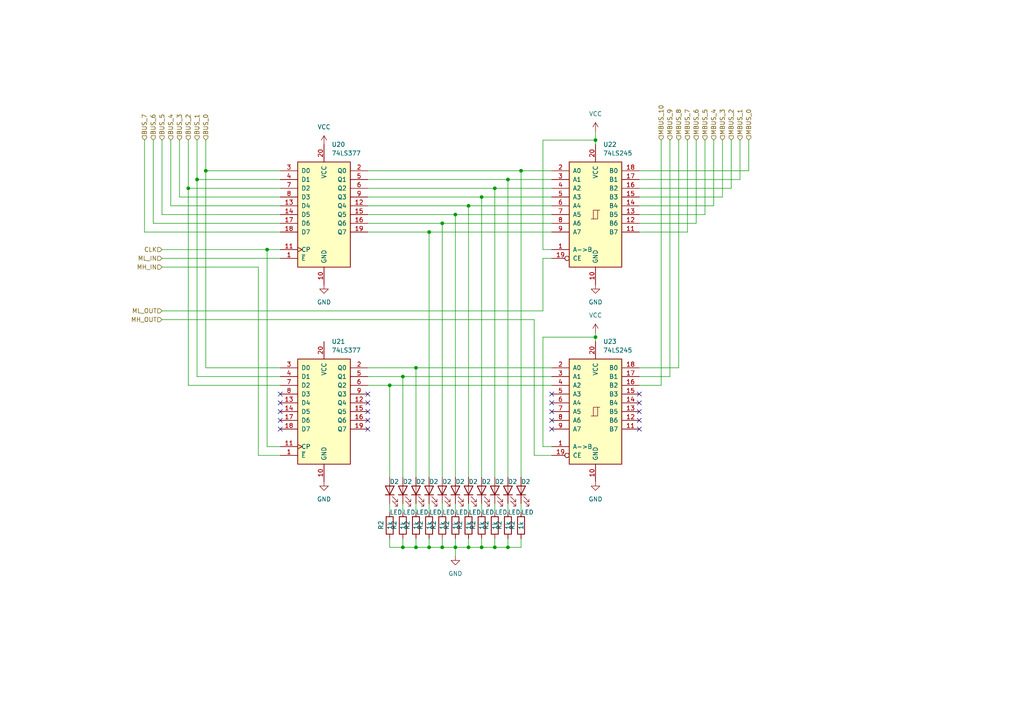
<source format=kicad_sch>
(kicad_sch (version 20230121) (generator eeschema)
  (paper "A4")
  (lib_symbols
    (symbol "74xx:74LS245" (pin_names (offset 1.016))
      (property "Reference" "U" (at -7.62 16.51 0))
      (property "Value" "74LS245" (at -7.62 -16.51 0))
      (symbol "74LS245_1_0"
        (polyline (pts (xy -0.635 -1.27) (xy -0.635 1.27) (xy 0.635 1.27)))
        (polyline (pts (xy -1.27 -1.27) (xy 0.635 -1.27) (xy 0.635 1.27) (xy 1.27 1.27)))
        (pin input line (at -12.7 -10.16 0) (length 5.08) (name "A->B") (number "1"))
        (pin power_in line (at 0 -20.32 90) (length 5.08) (name "GND") (number "10"))
        (pin tri_state line (at 12.7 -5.08 180) (length 5.08) (name "B7") (number "11"))
        (pin tri_state line (at 12.7 -2.54 180) (length 5.08) (name "B6") (number "12"))
        (pin tri_state line (at 12.7 0 180) (length 5.08) (name "B5") (number "13"))
        (pin tri_state line (at 12.7 2.54 180) (length 5.08) (name "B4") (number "14"))
        (pin tri_state line (at 12.7 5.08 180) (length 5.08) (name "B3") (number "15"))
        (pin tri_state line (at 12.7 7.62 180) (length 5.08) (name "B2") (number "16"))
        (pin tri_state line (at 12.7 10.16 180) (length 5.08) (name "B1") (number "17"))
        (pin tri_state line (at 12.7 12.7 180) (length 5.08) (name "B0") (number "18"))
        (pin input inverted (at -12.7 -12.7 0) (length 5.08) (name "CE") (number "19"))
        (pin tri_state line (at -12.7 12.7 0) (length 5.08) (name "A0") (number "2"))
        (pin power_in line (at 0 20.32 270) (length 5.08) (name "VCC") (number "20"))
        (pin tri_state line (at -12.7 10.16 0) (length 5.08) (name "A1") (number "3"))
        (pin tri_state line (at -12.7 7.62 0) (length 5.08) (name "A2") (number "4"))
        (pin tri_state line (at -12.7 5.08 0) (length 5.08) (name "A3") (number "5"))
        (pin tri_state line (at -12.7 2.54 0) (length 5.08) (name "A4") (number "6"))
        (pin tri_state line (at -12.7 0 0) (length 5.08) (name "A5") (number "7"))
        (pin tri_state line (at -12.7 -2.54 0) (length 5.08) (name "A6") (number "8"))
        (pin tri_state line (at -12.7 -5.08 0) (length 5.08) (name "A7") (number "9"))
      )
      (symbol "74LS245_1_1"
        (rectangle (start -7.62 15.24) (end 7.62 -15.24) (stroke (width 0.254)) (fill (type background)))
      )
    )
    (symbol "74xx:74LS377" (pin_names (offset 1.016))
      (property "Reference" "U" (at -7.62 16.51 0))
      (property "Value" "74LS377" (at -7.62 -16.51 0))
      (symbol "74LS377_1_0"
        (pin input line (at -12.7 -12.7 0) (length 5.08) (name "~{E}") (number "1"))
        (pin power_in line (at 0 -20.32 90) (length 5.08) (name "GND") (number "10"))
        (pin input clock (at -12.7 -10.16 0) (length 5.08) (name "CP") (number "11"))
        (pin output line (at 12.7 2.54 180) (length 5.08) (name "Q4") (number "12"))
        (pin input line (at -12.7 2.54 0) (length 5.08) (name "D4") (number "13"))
        (pin input line (at -12.7 0 0) (length 5.08) (name "D5") (number "14"))
        (pin output line (at 12.7 0 180) (length 5.08) (name "Q5") (number "15"))
        (pin output line (at 12.7 -2.54 180) (length 5.08) (name "Q6") (number "16"))
        (pin input line (at -12.7 -2.54 0) (length 5.08) (name "D6") (number "17"))
        (pin input line (at -12.7 -5.08 0) (length 5.08) (name "D7") (number "18"))
        (pin output line (at 12.7 -5.08 180) (length 5.08) (name "Q7") (number "19"))
        (pin output line (at 12.7 12.7 180) (length 5.08) (name "Q0") (number "2"))
        (pin power_in line (at 0 20.32 270) (length 5.08) (name "VCC") (number "20"))
        (pin input line (at -12.7 12.7 0) (length 5.08) (name "D0") (number "3"))
        (pin input line (at -12.7 10.16 0) (length 5.08) (name "D1") (number "4"))
        (pin output line (at 12.7 10.16 180) (length 5.08) (name "Q1") (number "5"))
        (pin output line (at 12.7 7.62 180) (length 5.08) (name "Q2") (number "6"))
        (pin input line (at -12.7 7.62 0) (length 5.08) (name "D2") (number "7"))
        (pin input line (at -12.7 5.08 0) (length 5.08) (name "D3") (number "8"))
        (pin output line (at 12.7 5.08 180) (length 5.08) (name "Q3") (number "9"))
      )
      (symbol "74LS377_1_1"
        (rectangle (start -7.62 15.24) (end 7.62 -15.24) (stroke (width 0.254)) (fill (type background)))
      )
    )
    (symbol "Device:LED" (pin_numbers hide) (pin_names (offset 1.016) hide)
      (property "Reference" "D" (at 0 2.54 0))
      (property "Value" "LED" (at 0 -2.54 0))
      (symbol "LED_0_1"
        (polyline (pts (xy -1.27 -1.27) (xy -1.27 1.27)) (stroke (width 0.254)))
        (polyline (pts (xy -1.27 0) (xy 1.27 0)))
        (polyline (pts (xy 1.27 -1.27) (xy 1.27 1.27) (xy -1.27 0) (xy 1.27 -1.27)) (stroke (width 0.254)))
        (polyline (pts (xy -3.048 -0.762) (xy -4.572 -2.286) (xy -3.81 -2.286) (xy -4.572 -2.286) (xy -4.572 -1.524)))
        (polyline (pts (xy -1.778 -0.762) (xy -3.302 -2.286) (xy -2.54 -2.286) (xy -3.302 -2.286) (xy -3.302 -1.524)))
      )
      (symbol "LED_1_1"
        (pin passive line (at -3.81 0 0) (length 2.54) (name "K") (number "1"))
        (pin passive line (at 3.81 0 180) (length 2.54) (name "A") (number "2"))
      )
    )
    (symbol "Device:R" (pin_numbers hide) (pin_names (offset 0))
      (property "Reference" "R" (at 2.032 0 90))
      (property "Value" "R" (at 0 0 90))
      (symbol "R_0_1"
        (rectangle (start -1.016 -2.54) (end 1.016 2.54) (stroke (width 0.254)))
      )
      (symbol "R_1_1"
        (pin passive line (at 0 3.81 270) (length 1.27) (name "~") (number "1"))
        (pin passive line (at 0 -3.81 90) (length 1.27) (name "~") (number "2"))
      )
    )
    (symbol "power:GND" (power) (pin_names (offset 0))
      (property "Value" "GND" (at 0 -3.81 0))
      (symbol "GND_0_1"
        (polyline (pts (xy 0 0) (xy 0 -1.27) (xy 1.27 -1.27) (xy 0 -2.54) (xy -1.27 -1.27) (xy 0 -1.27)))
      )
      (symbol "GND_1_1"
        (pin power_in line (at 0 0 270) (length 0) hide (name "GND") (number "1"))
      )
    )
    (symbol "power:VCC" (power) (pin_names (offset 0))
      (property "Value" "VCC" (at 0 3.81 0))
      (symbol "VCC_0_1"
        (polyline (pts (xy -0.762 1.27) (xy 0 2.54)))
        (polyline (pts (xy 0 0) (xy 0 2.54)))
        (polyline (pts (xy 0 2.54) (xy 0.762 1.27)))
      )
      (symbol "VCC_1_1"
        (pin power_in line (at 0 0 90) (length 0) hide (name "VCC") (number "1"))
      )
    )
  )
  (junction (at 132.08 62.23))
  (junction (at 132.08 158.75))
  (junction (at 77.47 72.39))
  (junction (at 120.65 158.75))
  (junction (at 172.72 97.79))
  (junction (at 116.84 158.75))
  (junction (at 139.7 57.15))
  (junction (at 116.84 109.22))
  (junction (at 135.89 59.69))
  (junction (at 151.13 49.53))
  (junction (at 124.46 158.75))
  (junction (at 143.51 54.61))
  (junction (at 128.27 64.77))
  (junction (at 124.46 67.31))
  (junction (at 59.69 49.53))
  (junction (at 120.65 106.68))
  (junction (at 113.03 111.76))
  (junction (at 172.72 40.64))
  (junction (at 135.89 158.75))
  (junction (at 57.15 52.07))
  (junction (at 128.27 158.75))
  (junction (at 139.7 158.75))
  (junction (at 143.51 158.75))
  (junction (at 147.32 158.75))
  (junction (at 54.61 54.61))
  (junction (at 147.32 52.07))
  (no_connect (at 160.02 124.46))
  (no_connect (at 185.42 121.92))
  (no_connect (at 185.42 114.3))
  (no_connect (at 81.28 114.3))
  (no_connect (at 160.02 119.38))
  (no_connect (at 106.68 116.84))
  (no_connect (at 106.68 124.46))
  (no_connect (at 106.68 121.92))
  (no_connect (at 81.28 116.84))
  (no_connect (at 185.42 124.46))
  (no_connect (at 185.42 116.84))
  (no_connect (at 106.68 119.38))
  (no_connect (at 81.28 124.46))
  (no_connect (at 160.02 121.92))
  (no_connect (at 160.02 116.84))
  (no_connect (at 185.42 119.38))
  (no_connect (at 106.68 114.3))
  (no_connect (at 81.28 119.38))
  (no_connect (at 160.02 114.3))
  (no_connect (at 81.28 121.92))
  (wire (pts (xy 52.07 57.15) (xy 52.07 40.64)))
  (wire (pts (xy 54.61 54.61) (xy 81.28 54.61)))
  (wire (pts (xy 116.84 156.21) (xy 116.84 158.75)))
  (wire (pts (xy 199.39 67.31) (xy 199.39 40.64)))
  (wire (pts (xy 212.09 40.64) (xy 212.09 54.61)))
  (wire (pts (xy 59.69 106.68) (xy 59.69 49.53)))
  (wire (pts (xy 81.28 57.15) (xy 52.07 57.15)))
  (wire (pts (xy 157.48 129.54) (xy 157.48 97.79)))
  (wire (pts (xy 139.7 156.21) (xy 139.7 158.75)))
  (wire (pts (xy 214.63 52.07) (xy 214.63 40.64)))
  (wire (pts (xy 120.65 106.68) (xy 120.65 138.43)))
  (wire (pts (xy 160.02 74.93) (xy 157.48 74.93)))
  (wire (pts (xy 106.68 49.53) (xy 151.13 49.53)))
  (wire (pts (xy 147.32 158.75) (xy 151.13 158.75)))
  (wire (pts (xy 185.42 106.68) (xy 196.85 106.68)))
  (wire (pts (xy 185.42 109.22) (xy 194.31 109.22)))
  (wire (pts (xy 124.46 67.31) (xy 160.02 67.31)))
  (wire (pts (xy 172.72 38.1) (xy 172.72 40.64)))
  (wire (pts (xy 128.27 158.75) (xy 132.08 158.75)))
  (wire (pts (xy 135.89 156.21) (xy 135.89 158.75)))
  (wire (pts (xy 151.13 49.53) (xy 160.02 49.53)))
  (wire (pts (xy 209.55 57.15) (xy 209.55 40.64)))
  (wire (pts (xy 77.47 129.54) (xy 81.28 129.54)))
  (wire (pts (xy 160.02 72.39) (xy 157.48 72.39)))
  (wire (pts (xy 160.02 129.54) (xy 157.48 129.54)))
  (wire (pts (xy 143.51 158.75) (xy 147.32 158.75)))
  (wire (pts (xy 106.68 111.76) (xy 113.03 111.76)))
  (wire (pts (xy 57.15 109.22) (xy 57.15 52.07)))
  (wire (pts (xy 49.53 59.69) (xy 81.28 59.69)))
  (wire (pts (xy 154.94 132.08) (xy 160.02 132.08)))
  (wire (pts (xy 113.03 111.76) (xy 160.02 111.76)))
  (wire (pts (xy 143.51 54.61) (xy 160.02 54.61)))
  (wire (pts (xy 217.17 49.53) (xy 185.42 49.53)))
  (wire (pts (xy 120.65 106.68) (xy 160.02 106.68)))
  (wire (pts (xy 135.89 138.43) (xy 135.89 59.69)))
  (wire (pts (xy 147.32 52.07) (xy 160.02 52.07)))
  (wire (pts (xy 135.89 59.69) (xy 160.02 59.69)))
  (wire (pts (xy 120.65 158.75) (xy 124.46 158.75)))
  (wire (pts (xy 41.91 67.31) (xy 81.28 67.31)))
  (wire (pts (xy 81.28 49.53) (xy 59.69 49.53)))
  (wire (pts (xy 106.68 67.31) (xy 124.46 67.31)))
  (wire (pts (xy 147.32 156.21) (xy 147.32 158.75)))
  (wire (pts (xy 113.03 156.21) (xy 113.03 158.75)))
  (wire (pts (xy 147.32 52.07) (xy 147.32 138.43)))
  (wire (pts (xy 57.15 52.07) (xy 57.15 40.64)))
  (wire (pts (xy 151.13 158.75) (xy 151.13 156.21)))
  (wire (pts (xy 44.45 64.77) (xy 44.45 40.64)))
  (wire (pts (xy 81.28 106.68) (xy 59.69 106.68)))
  (wire (pts (xy 113.03 111.76) (xy 113.03 138.43)))
  (wire (pts (xy 139.7 57.15) (xy 160.02 57.15)))
  (wire (pts (xy 185.42 62.23) (xy 204.47 62.23)))
  (wire (pts (xy 106.68 109.22) (xy 116.84 109.22)))
  (wire (pts (xy 207.01 59.69) (xy 207.01 40.64)))
  (wire (pts (xy 113.03 146.05) (xy 113.03 148.59)))
  (wire (pts (xy 54.61 40.64) (xy 54.61 54.61)))
  (wire (pts (xy 132.08 158.75) (xy 135.89 158.75)))
  (wire (pts (xy 81.28 64.77) (xy 44.45 64.77)))
  (wire (pts (xy 139.7 158.75) (xy 143.51 158.75)))
  (wire (pts (xy 116.84 158.75) (xy 120.65 158.75)))
  (wire (pts (xy 185.42 111.76) (xy 191.77 111.76)))
  (wire (pts (xy 172.72 40.64) (xy 172.72 41.91)))
  (wire (pts (xy 147.32 146.05) (xy 147.32 148.59)))
  (wire (pts (xy 128.27 64.77) (xy 160.02 64.77)))
  (wire (pts (xy 106.68 59.69) (xy 135.89 59.69)))
  (wire (pts (xy 139.7 57.15) (xy 139.7 138.43)))
  (wire (pts (xy 132.08 62.23) (xy 132.08 138.43)))
  (wire (pts (xy 212.09 54.61) (xy 185.42 54.61)))
  (wire (pts (xy 81.28 72.39) (xy 77.47 72.39)))
  (wire (pts (xy 139.7 146.05) (xy 139.7 148.59)))
  (wire (pts (xy 106.68 106.68) (xy 120.65 106.68)))
  (wire (pts (xy 81.28 52.07) (xy 57.15 52.07)))
  (wire (pts (xy 151.13 146.05) (xy 151.13 148.59)))
  (wire (pts (xy 185.42 64.77) (xy 201.93 64.77)))
  (wire (pts (xy 116.84 109.22) (xy 160.02 109.22)))
  (wire (pts (xy 124.46 146.05) (xy 124.46 148.59)))
  (wire (pts (xy 191.77 111.76) (xy 191.77 40.64)))
  (wire (pts (xy 106.68 64.77) (xy 128.27 64.77)))
  (wire (pts (xy 46.99 92.71) (xy 154.94 92.71)))
  (wire (pts (xy 124.46 156.21) (xy 124.46 158.75)))
  (wire (pts (xy 154.94 92.71) (xy 154.94 132.08)))
  (wire (pts (xy 157.48 90.17) (xy 46.99 90.17)))
  (wire (pts (xy 143.51 156.21) (xy 143.51 158.75)))
  (wire (pts (xy 120.65 156.21) (xy 120.65 158.75)))
  (wire (pts (xy 120.65 146.05) (xy 120.65 148.59)))
  (wire (pts (xy 157.48 74.93) (xy 157.48 90.17)))
  (wire (pts (xy 128.27 64.77) (xy 128.27 138.43)))
  (wire (pts (xy 46.99 74.93) (xy 81.28 74.93)))
  (wire (pts (xy 106.68 62.23) (xy 132.08 62.23)))
  (wire (pts (xy 132.08 156.21) (xy 132.08 158.75)))
  (wire (pts (xy 113.03 158.75) (xy 116.84 158.75)))
  (wire (pts (xy 157.48 72.39) (xy 157.48 40.64)))
  (wire (pts (xy 201.93 64.77) (xy 201.93 40.64)))
  (wire (pts (xy 185.42 57.15) (xy 209.55 57.15)))
  (wire (pts (xy 157.48 40.64) (xy 172.72 40.64)))
  (wire (pts (xy 74.93 132.08) (xy 74.93 77.47)))
  (wire (pts (xy 172.72 96.52) (xy 172.72 97.79)))
  (wire (pts (xy 135.89 158.75) (xy 139.7 158.75)))
  (wire (pts (xy 196.85 106.68) (xy 196.85 40.64)))
  (wire (pts (xy 116.84 146.05) (xy 116.84 148.59)))
  (wire (pts (xy 143.51 54.61) (xy 143.51 138.43)))
  (wire (pts (xy 194.31 109.22) (xy 194.31 40.64)))
  (wire (pts (xy 81.28 109.22) (xy 57.15 109.22)))
  (wire (pts (xy 128.27 146.05) (xy 128.27 148.59)))
  (wire (pts (xy 46.99 72.39) (xy 77.47 72.39)))
  (wire (pts (xy 135.89 146.05) (xy 135.89 148.59)))
  (wire (pts (xy 106.68 52.07) (xy 147.32 52.07)))
  (wire (pts (xy 81.28 132.08) (xy 74.93 132.08)))
  (wire (pts (xy 106.68 57.15) (xy 139.7 57.15)))
  (wire (pts (xy 106.68 54.61) (xy 143.51 54.61)))
  (wire (pts (xy 204.47 62.23) (xy 204.47 40.64)))
  (wire (pts (xy 81.28 111.76) (xy 54.61 111.76)))
  (wire (pts (xy 132.08 158.75) (xy 132.08 161.29)))
  (wire (pts (xy 124.46 158.75) (xy 128.27 158.75)))
  (wire (pts (xy 54.61 111.76) (xy 54.61 54.61)))
  (wire (pts (xy 185.42 67.31) (xy 199.39 67.31)))
  (wire (pts (xy 185.42 52.07) (xy 214.63 52.07)))
  (wire (pts (xy 172.72 97.79) (xy 172.72 99.06)))
  (wire (pts (xy 77.47 72.39) (xy 77.47 129.54)))
  (wire (pts (xy 185.42 59.69) (xy 207.01 59.69)))
  (wire (pts (xy 41.91 40.64) (xy 41.91 67.31)))
  (wire (pts (xy 81.28 62.23) (xy 46.99 62.23)))
  (wire (pts (xy 116.84 109.22) (xy 116.84 138.43)))
  (wire (pts (xy 157.48 97.79) (xy 172.72 97.79)))
  (wire (pts (xy 49.53 40.64) (xy 49.53 59.69)))
  (wire (pts (xy 151.13 49.53) (xy 151.13 138.43)))
  (wire (pts (xy 46.99 62.23) (xy 46.99 40.64)))
  (wire (pts (xy 217.17 40.64) (xy 217.17 49.53)))
  (wire (pts (xy 59.69 49.53) (xy 59.69 40.64)))
  (wire (pts (xy 132.08 146.05) (xy 132.08 148.59)))
  (wire (pts (xy 128.27 156.21) (xy 128.27 158.75)))
  (wire (pts (xy 74.93 77.47) (xy 46.99 77.47)))
  (wire (pts (xy 124.46 67.31) (xy 124.46 138.43)))
  (wire (pts (xy 143.51 146.05) (xy 143.51 148.59)))
  (wire (pts (xy 132.08 62.23) (xy 160.02 62.23)))
  (hierarchical_label "MBUS_1" (shape input) (at 214.63 40.64 90))
  (hierarchical_label "MBUS_5" (shape input) (at 204.47 40.64 90))
  (hierarchical_label "MBUS_9" (shape input) (at 194.31 40.64 90))
  (hierarchical_label "MBUS_7" (shape input) (at 199.39 40.64 90))
  (hierarchical_label "BUS_0" (shape input) (at 59.69 40.64 90))
  (hierarchical_label "MBUS_6" (shape input) (at 201.93 40.64 90))
  (hierarchical_label "MBUS_10" (shape input) (at 191.77 40.64 90))
  (hierarchical_label "BUS_7" (shape input) (at 41.91 40.64 90))
  (hierarchical_label "MBUS_2" (shape input) (at 212.09 40.64 90))
  (hierarchical_label "BUS_4" (shape input) (at 49.53 40.64 90))
  (hierarchical_label "CLK" (shape input) (at 46.99 72.39 180))
  (hierarchical_label "BUS_5" (shape input) (at 46.99 40.64 90))
  (hierarchical_label "ML_OUT" (shape input) (at 46.99 90.17 180))
  (hierarchical_label "ML_IN" (shape input) (at 46.99 74.93 180))
  (hierarchical_label "MBUS_4" (shape input) (at 207.01 40.64 90))
  (hierarchical_label "MBUS_3" (shape input) (at 209.55 40.64 90))
  (hierarchical_label "MBUS_8" (shape input) (at 196.85 40.64 90))
  (hierarchical_label "BUS_3" (shape input) (at 52.07 40.64 90))
  (hierarchical_label "MBUS_0" (shape input) (at 217.17 40.64 90))
  (hierarchical_label "MH_IN" (shape input) (at 46.99 77.47 180))
  (hierarchical_label "BUS_2" (shape input) (at 54.61 40.64 90))
  (hierarchical_label "BUS_1" (shape input) (at 57.15 40.64 90))
  (hierarchical_label "BUS_6" (shape input) (at 44.45 40.64 90))
  (hierarchical_label "MH_OUT" (shape input) (at 46.99 92.71 180))
  (symbol (lib_id "74xx:74LS245") (at 172.72 62.23 0) (unit 1)
    (property "Reference" "U22" (at 174.9141 41.91 0) (effects (justify left)))
    (property "Value" "74LS245" (at 174.9141 44.45 0) (effects (justify left)))
    (property "Datasheet" "http://www.ti.com/lit/gpn/sn74LS245" (effects hide))
  )
  (symbol (lib_id "Device:LED") (at 120.65 142.24 90) (unit 1)
    (property "Reference" "D2" (at 120.65 139.7 90) (effects (justify right)))
    (property "Value" "LED" (at 120.65 148.59 90) (effects (justify right)))
    (instances (project "schematics" (path "" (reference "D2") (unit 1)) (path "" (reference "D10") (unit 1)) (path "" (reference "D18") (unit 1)) (path "" (reference "D42") (unit 1)) (path "" (reference "D43") (unit 1))))
  )
  (symbol (lib_id "power:GND") (at 172.72 82.55 0) (unit 1)
    (property "Reference" "#PWR029" (effects hide))
    (property "Value" "GND" (at 172.72 87.63 0))
  )
  (symbol (lib_id "Device:LED") (at 128.27 142.24 90) (unit 1)
    (property "Reference" "D2" (at 128.27 139.7 90) (effects (justify right)))
    (property "Value" "LED" (at 128.27 148.59 90) (effects (justify right)))
    (instances (project "schematics" (path "" (reference "D2") (unit 1)) (path "" (reference "D10") (unit 1)) (path "" (reference "D18") (unit 1)) (path "" (reference "D42") (unit 1)) (path "" (reference "D47") (unit 1))))
  )
  (symbol (lib_id "Device:LED") (at 143.51 142.24 90) (unit 1)
    (property "Reference" "D2" (at 143.51 139.7 90) (effects (justify right)))
    (property "Value" "LED" (at 143.51 148.59 90) (effects (justify right)))
    (instances (project "schematics" (path "" (reference "D2") (unit 1)) (path "" (reference "D10") (unit 1)) (path "" (reference "D18") (unit 1)) (path "" (reference "D42") (unit 1)) (path "" (reference "D51") (unit 1))))
  )
  (symbol (lib_id "Device:R") (at 124.46 152.4 0) (unit 1)
    (property "Reference" "R2" (at 121.92 153.67 90) (effects (justify left)))
    (property "Value" "1k" (at 124.46 153.67 90) (effects (justify left)))
    (instances (project "schematics" (path "" (reference "R2") (unit 1)) (path "" (reference "R10") (unit 1)) (path "" (reference "R18") (unit 1)) (path "" (reference "R42") (unit 1)) (path "" (reference "R43") (unit 1))))
  )
  (symbol (lib_id "Device:LED") (at 147.32 142.24 90) (unit 1)
    (property "Reference" "D2" (at 147.32 139.7 90) (effects (justify right)))
    (property "Value" "LED" (at 147.32 148.59 90) (effects (justify right)))
    (instances (project "schematics" (path "" (reference "D2") (unit 1)) (path "" (reference "D10") (unit 1)) (path "" (reference "D18") (unit 1)) (path "" (reference "D42") (unit 1)) (path "" (reference "D52") (unit 1))))
  )
  (symbol (lib_id "power:GND") (at 132.08 161.29 0) (unit 1)
    (property "Reference" "#PWR036" (effects hide))
    (property "Value" "GND" (at 132.08 166.37 0))
  )
  (symbol (lib_id "Device:R") (at 128.27 152.4 0) (unit 1)
    (property "Reference" "R2" (at 125.73 153.67 90) (effects (justify left)))
    (property "Value" "1k" (at 128.27 153.67 90) (effects (justify left)))
    (instances (project "schematics" (path "" (reference "R2") (unit 1)) (path "" (reference "R10") (unit 1)) (path "" (reference "R18") (unit 1)) (path "" (reference "R42") (unit 1)) (path "" (reference "R47") (unit 1))))
  )
  (symbol (lib_id "power:VCC") (at 172.72 96.52 0) (unit 1)
    (property "Reference" "#PWR033" (effects hide))
    (property "Value" "VCC" (at 172.72 91.44 0))
  )
  (symbol (lib_id "Device:R") (at 139.7 152.4 0) (unit 1)
    (property "Reference" "R2" (at 137.16 153.67 90) (effects (justify left)))
    (property "Value" "1k" (at 139.7 153.67 90) (effects (justify left)))
    (instances (project "schematics" (path "" (reference "R2") (unit 1)) (path "" (reference "R10") (unit 1)) (path "" (reference "R18") (unit 1)) (path "" (reference "R42") (unit 1)) (path "" (reference "R50") (unit 1))))
  )
  (symbol (lib_id "Device:R") (at 147.32 152.4 0) (unit 1)
    (property "Reference" "R2" (at 144.78 153.67 90) (effects (justify left)))
    (property "Value" "1k" (at 147.32 153.67 90) (effects (justify left)))
    (instances (project "schematics" (path "" (reference "R2") (unit 1)) (path "" (reference "R10") (unit 1)) (path "" (reference "R18") (unit 1)) (path "" (reference "R42") (unit 1)) (path "" (reference "R52") (unit 1))))
  )
  (symbol (lib_id "Device:LED") (at 113.03 142.24 90) (unit 1)
    (property "Reference" "D2" (at 113.03 139.7 90) (effects (justify right)))
    (property "Value" "LED" (at 113.03 148.59 90) (effects (justify right)))
    (instances (project "schematics" (path "" (reference "D2") (unit 1)) (path "" (reference "D10") (unit 1)) (path "" (reference "D18") (unit 1)) (path "" (reference "D42") (unit 1)) (path "" (reference "D45") (unit 1))))
  )
  (symbol (lib_id "Device:LED") (at 116.84 142.24 90) (unit 1)
    (property "Reference" "D2" (at 116.84 139.7 90) (effects (justify right)))
    (property "Value" "LED" (at 116.84 148.59 90) (effects (justify right)))
    (instances (project "schematics" (path "" (reference "D2") (unit 1)) (path "" (reference "D10") (unit 1)) (path "" (reference "D18") (unit 1)) (path "" (reference "D42") (unit 1)) (path "" (reference "D46") (unit 1))))
  )
  (symbol (lib_id "Device:R") (at 120.65 152.4 0) (unit 1)
    (property "Reference" "R2" (at 118.11 153.67 90) (effects (justify left)))
    (property "Value" "1k" (at 120.65 153.67 90) (effects (justify left)))
    (instances (project "schematics" (path "" (reference "R2") (unit 1)) (path "" (reference "R10") (unit 1)) (path "" (reference "R18") (unit 1)) (path "" (reference "R42") (unit 1)) (path "" (reference "R44") (unit 1))))
  )
  (symbol (lib_id "power:GND") (at 93.98 139.7 0) (unit 1)
    (property "Reference" "#PWR031" (effects hide))
    (property "Value" "GND" (at 93.98 144.78 0))
  )
  (symbol (lib_id "Device:R") (at 135.89 152.4 0) (unit 1)
    (property "Reference" "R2" (at 133.35 153.67 90) (effects (justify left)))
    (property "Value" "1k" (at 135.89 153.67 90) (effects (justify left)))
    (instances (project "schematics" (path "" (reference "R2") (unit 1)) (path "" (reference "R10") (unit 1)) (path "" (reference "R18") (unit 1)) (path "" (reference "R42") (unit 1)) (path "" (reference "R49") (unit 1))))
  )
  (symbol (lib_id "Device:R") (at 132.08 152.4 0) (unit 1)
    (property "Reference" "R2" (at 129.54 153.67 90) (effects (justify left)))
    (property "Value" "1k" (at 132.08 153.67 90) (effects (justify left)))
    (instances (project "schematics" (path "" (reference "R2") (unit 1)) (path "" (reference "R10") (unit 1)) (path "" (reference "R18") (unit 1)) (path "" (reference "R42") (unit 1)) (path "" (reference "R48") (unit 1))))
  )
  (symbol (lib_id "Device:R") (at 151.13 152.4 0) (unit 1)
    (property "Reference" "R2" (at 148.59 153.67 90) (effects (justify left)))
    (property "Value" "1k" (at 151.13 153.67 90) (effects (justify left)))
    (instances (project "schematics" (path "" (reference "R2") (unit 1)) (path "" (reference "R10") (unit 1)) (path "" (reference "R18") (unit 1)) (path "" (reference "R42") (unit 1)) (path "" (reference "R53") (unit 1))))
  )
  (symbol (lib_id "Device:LED") (at 139.7 142.24 90) (unit 1)
    (property "Reference" "D2" (at 139.7 139.7 90) (effects (justify right)))
    (property "Value" "LED" (at 139.7 148.59 90) (effects (justify right)))
    (instances (project "schematics" (path "" (reference "D2") (unit 1)) (path "" (reference "D10") (unit 1)) (path "" (reference "D18") (unit 1)) (path "" (reference "D42") (unit 1)) (path "" (reference "D50") (unit 1))))
  )
  (symbol (lib_id "74xx:74LS377") (at 93.98 62.23 0) (unit 1)
    (property "Reference" "U20" (at 96.1741 41.91 0) (effects (justify left)))
    (property "Value" "74LS377" (at 96.1741 44.45 0) (effects (justify left)))
    (property "Datasheet" "http://www.ti.com/lit/gpn/sn74LS377" (effects hide))
  )
  (symbol (lib_id "Device:LED") (at 151.13 142.24 90) (unit 1)
    (property "Reference" "D2" (at 151.13 139.7 90) (effects (justify right)))
    (property "Value" "LED" (at 151.13 148.59 90) (effects (justify right)))
    (instances (project "schematics" (path "" (reference "D2") (unit 1)) (path "" (reference "D10") (unit 1)) (path "" (reference "D18") (unit 1)) (path "" (reference "D42") (unit 1)) (path "" (reference "D53") (unit 1))))
  )
  (symbol (lib_id "74xx:74LS245") (at 172.72 119.38 0) (unit 1)
    (property "Reference" "U23" (at 174.9141 99.06 0) (effects (justify left)))
    (property "Value" "74LS245" (at 174.9141 101.6 0) (effects (justify left)))
    (property "Datasheet" "http://www.ti.com/lit/gpn/sn74LS245" (effects hide))
  )
  (symbol (lib_id "74xx:74LS377") (at 93.98 119.38 0) (unit 1)
    (property "Reference" "U21" (at 96.1741 99.06 0) (effects (justify left)))
    (property "Value" "74LS377" (at 96.1741 101.6 0) (effects (justify left)))
    (property "Datasheet" "http://www.ti.com/lit/gpn/sn74LS377" (effects hide))
  )
  (symbol (lib_id "Device:LED") (at 135.89 142.24 90) (unit 1)
    (property "Reference" "D2" (at 135.89 139.7 90) (effects (justify right)))
    (property "Value" "LED" (at 135.89 148.59 90) (effects (justify right)))
    (instances (project "schematics" (path "" (reference "D2") (unit 1)) (path "" (reference "D10") (unit 1)) (path "" (reference "D18") (unit 1)) (path "" (reference "D42") (unit 1)) (path "" (reference "D49") (unit 1))))
  )
  (symbol (lib_id "Device:R") (at 116.84 152.4 0) (unit 1)
    (property "Reference" "R2" (at 114.3 153.67 90) (effects (justify left)))
    (property "Value" "1k" (at 116.84 153.67 90) (effects (justify left)))
    (instances (project "schematics" (path "" (reference "R2") (unit 1)) (path "" (reference "R10") (unit 1)) (path "" (reference "R18") (unit 1)) (path "" (reference "R42") (unit 1)) (path "" (reference "R46") (unit 1))))
  )
  (symbol (lib_id "power:GND") (at 93.98 82.55 0) (unit 1)
    (property "Reference" "#PWR032" (effects hide))
    (property "Value" "GND" (at 93.98 87.63 0))
  )
  (symbol (lib_id "power:VCC") (at 172.72 38.1 0) (unit 1)
    (property "Reference" "#PWR034" (effects hide))
    (property "Value" "VCC" (at 172.72 33.02 0))
  )
  (symbol (lib_id "Device:R") (at 143.51 152.4 0) (unit 1)
    (property "Reference" "R2" (at 140.97 153.67 90) (effects (justify left)))
    (property "Value" "1k" (at 143.51 153.67 90) (effects (justify left)))
    (instances (project "schematics" (path "" (reference "R2") (unit 1)) (path "" (reference "R10") (unit 1)) (path "" (reference "R18") (unit 1)) (path "" (reference "R42") (unit 1)) (path "" (reference "R51") (unit 1))))
  )
  (symbol (lib_id "Device:LED") (at 124.46 142.24 90) (unit 1)
    (property "Reference" "D2" (at 124.46 139.7 90) (effects (justify right)))
    (property "Value" "LED" (at 124.46 148.59 90) (effects (justify right)))
    (instances (project "schematics" (path "" (reference "D2") (unit 1)) (path "" (reference "D10") (unit 1)) (path "" (reference "D18") (unit 1)) (path "" (reference "D42") (unit 1)) (path "" (reference "D44") (unit 1))))
  )
  (symbol (lib_id "Device:LED") (at 132.08 142.24 90) (unit 1)
    (property "Reference" "D2" (at 132.08 139.7 90) (effects (justify right)))
    (property "Value" "LED" (at 132.08 148.59 90) (effects (justify right)))
    (instances (project "schematics" (path "" (reference "D2") (unit 1)) (path "" (reference "D10") (unit 1)) (path "" (reference "D18") (unit 1)) (path "" (reference "D42") (unit 1)) (path "" (reference "D48") (unit 1))))
  )
  (symbol (lib_id "Device:R") (at 113.03 152.4 0) (unit 1)
    (property "Reference" "R2" (at 110.49 153.67 90) (effects (justify left)))
    (property "Value" "1k" (at 113.03 153.67 90) (effects (justify left)))
    (instances (project "schematics" (path "" (reference "R2") (unit 1)) (path "" (reference "R10") (unit 1)) (path "" (reference "R18") (unit 1)) (path "" (reference "R42") (unit 1)) (path "" (reference "R45") (unit 1))))
  )
  (symbol (lib_id "power:GND") (at 172.72 139.7 0) (unit 1)
    (property "Reference" "#PWR030" (effects hide))
    (property "Value" "GND" (at 172.72 144.78 0))
  )
  (symbol (lib_id "power:VCC") (at 93.98 41.91 0) (unit 1)
    (property "Reference" "#PWR035" (effects hide))
    (property "Value" "VCC" (at 93.98 36.83 0))
  )
)
</source>
